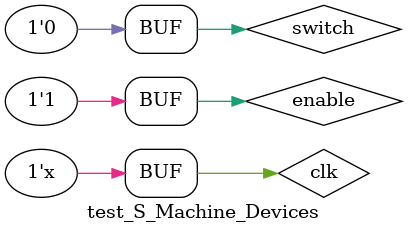
<source format=v>

`timescale 1ns / 1ns

module test_S_Machine_Devices;
    reg clk;
    reg enable;
    reg switch;
    wire led;

    SMachine smachine(
        .clk(clk),
        .enable(enable),
        .led(led),
        .switch(switch)
    );

    always #5 clk = ~clk;

    initial begin
        clk = 0;
        $dumpfile("wave.vcd");
        $dumpvars(0, test_S_Machine);

        //Test 0: Nothing happens when enable is off
        #20
        enable = 1;
        //Test 1: Load value from immediate (2)
        //Test 2: Add values of registers
        //Test 3: Subtract value of registers
        //Test 4: INC register B
        //Test 5: OR value of registers
        //Test 6: AND value of registers
        //Test 7: XOR value of registers
        //Test 8: Store value of register B in 01010101
        //Test 9: Load value of 01010101 into register A
        //Test 10: SHR
        //Test 11: EXCH
        //Test 12: CMP (3 lines)
        //Test 13: MOV
        //Test 14: SET
        //Test 15: CLR
        //Test 16: BR
        #100
        switch = 1;
        #100
        switch = 0;
    end


endmodule

</source>
